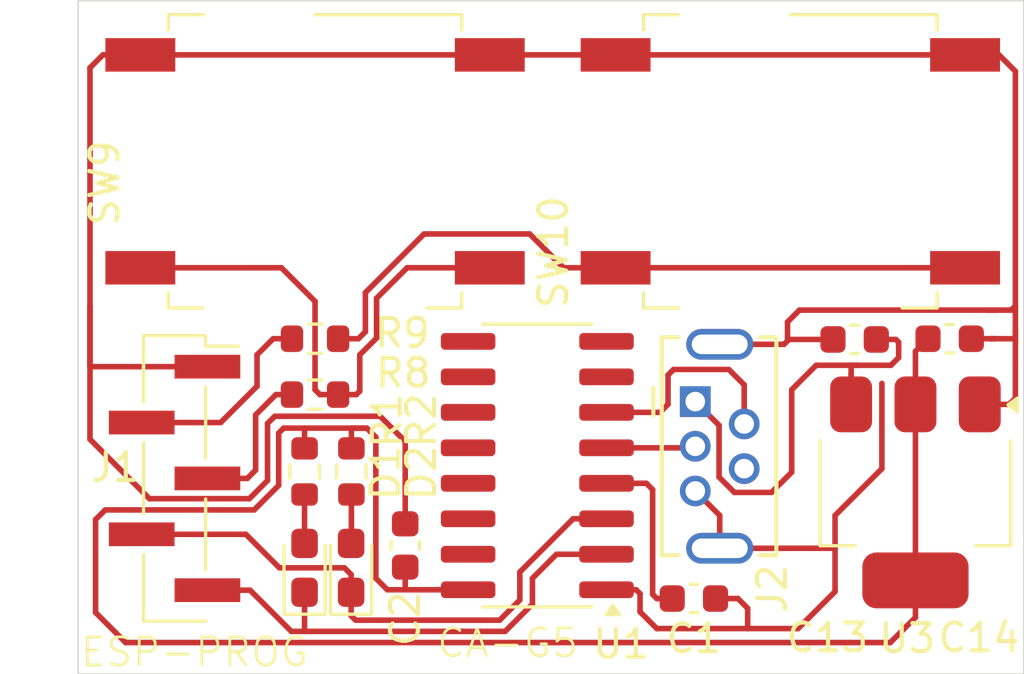
<source format=kicad_pcb>
(kicad_pcb (version 20241229) (generator "pcbnew") (generator_version "9.0")
  (layers (0 "F.Cu" signal) (2 "B.Cu" signal) (13 "F.Paste" user) (15 "B.Paste" user) (5 "F.SilkS" user "F.Silkscreen") (7 "B.SilkS" user "B.Silkscreen") (1 "F.Mask" user) (3 "B.Mask" user) (25 "Edge.Cuts" user))
  (net 0 "")
  (net 1 "GND")
  (net 2 "+3.3V")
  (net 3 "+5V")
  (net 4 "/ENABLE")
  (net 5 "/BOOT_prog")
  (net 6 "Net-(J2-D+)")
  (net 7 "Net-(J2-D-)")
  (net 9 "Net-(SW9-A)")
  (net 10 "Net-(SW10-A)")
  (net 12 "Net-(U1-V3)")
  (net 13 "Net-(D1-A)")
  (net 14 "/Tx")
  (net 15 "Net-(D2-A)")
  (net 16 "/Rx")
  (footprint "Package_TO_SOT_SMD:SOT-223-3_TabPin2" (layer "F.Cu") (at 142.975 80.5 -90)
    (property "Reference" "U3" (at 5.225 0.3 0) (layer "F.SilkS"))
    (property "Value" "AMS1117-3.3")
    (fp_line (start -1.85 3.41) (end 1.91 3.41) (stroke (width 0.12)) (layer "F.SilkS"))
    (fp_line (start 1.91 3.41) (end 1.91 2.15) (stroke (width 0.12)) (layer "F.SilkS"))
    (fp_line (start -1.85 -3.41) (end 1.91 -3.41) (stroke (width 0.12)) (layer "F.SilkS"))
    (fp_line (start 1.91 -3.41) (end 1.91 -2.15) (stroke (width 0.12)) (layer "F.SilkS"))
    (fp_poly (pts (xy -3.13 -3.31) (xy -3.37 -3.64) (xy -2.89 -3.64) (xy -3.13 -3.31)) (stroke (width 0.12)) (fill yes) (layer "F.SilkS"))
    (pad "1" smd roundrect (at -3.15 -2.3 270) (size 2 1.5) (layers "F.Cu" "F.Mask" "F.Paste") (net 1 "GND"))
    (pad "2" smd roundrect (at -3.15 0 270) (size 2 1.5) (layers "F.Cu" "F.Mask" "F.Paste") (net 2 "+3.3V"))
    (pad "2" smd roundrect (at 3.15 0 270) (size 2 3.8) (layers "F.Cu" "F.Mask" "F.Paste") (net 2 "+3.3V"))
    (pad "3" smd roundrect (at -3.15 2.3 270) (size 2 1.5) (layers "F.Cu" "F.Mask" "F.Paste") (net 3 "+5V"))
  )
  (footprint "Connector_PinHeader_2.00mm:PinHeader_1x05_P2.00mm_Vertical_SMD_Pin1Right" (layer "F.Cu") (at 116.475 80)
    (property "Reference" "J1" (at -2.125 -0.4 0) (layer "F.SilkS"))
    (property "Value" "Conn_01x05_Pin")
    (fp_line (start -1.11 -5.11) (end -1.11 -2.735) (stroke (width 0.12)) (layer "F.SilkS"))
    (fp_line (start -1.11 -5.11) (end 1.11 -5.11) (stroke (width 0.12)) (layer "F.SilkS"))
    (fp_line (start -1.11 -4.735) (end -1.11 -2.735) (stroke (width 0.12)) (layer "F.SilkS"))
    (fp_line (start -1.11 -1.265) (end -1.11 1.265) (stroke (width 0.12)) (layer "F.SilkS"))
    (fp_line (start -1.11 2.735) (end -1.11 5.11) (stroke (width 0.12)) (layer "F.SilkS"))
    (fp_line (start -1.11 4.735) (end -1.11 5.11) (stroke (width 0.12)) (layer "F.SilkS"))
    (fp_line (start -1.11 5.11) (end 1.11 5.11) (stroke (width 0.12)) (layer "F.SilkS"))
    (fp_line (start 1.11 -5.11) (end 1.11 -4.735) (stroke (width 0.12)) (layer "F.SilkS"))
    (fp_line (start 1.11 -4.735) (end 2.29 -4.735) (stroke (width 0.12)) (layer "F.SilkS"))
    (fp_line (start 1.11 -3.265) (end 1.11 -0.735) (stroke (width 0.12)) (layer "F.SilkS"))
    (fp_line (start 1.11 0.735) (end 1.11 3.265) (stroke (width 0.12)) (layer "F.SilkS"))
    (pad "1" smd rect (at 1.175 -4) (size 2.35 0.85) (layers "F.Cu" "F.Mask" "F.Paste") (net 1 "GND"))
    (pad "2" smd rect (at -1.175 -2) (size 2.35 0.85) (layers "F.Cu" "F.Mask" "F.Paste") (net 5 "/BOOT_prog"))
    (pad "3" smd rect (at 1.175 0) (size 2.35 0.85) (layers "F.Cu" "F.Mask" "F.Paste") (net 4 "/ENABLE"))
    (pad "4" smd rect (at -1.175 2) (size 2.35 0.85) (layers "F.Cu" "F.Mask" "F.Paste") (net 16 "/Rx"))
    (pad "5" smd rect (at 1.175 4) (size 2.35 0.85) (layers "F.Cu" "F.Mask" "F.Paste") (net 14 "/Tx"))
  )
  (footprint "Resistor_SMD:R_0603_1608Metric" (layer "F.Cu") (at 121.5 77)
    (property "Reference" "R8" (at 3.15 -0.775 0) (layer "F.SilkS"))
    (property "Value" "221")
    (fp_line (start -0.237258 -0.5225) (end 0.237258 -0.5225) (stroke (width 0.12)) (layer "F.SilkS"))
    (fp_line (start -0.237258 0.5225) (end 0.237258 0.5225) (stroke (width 0.12)) (layer "F.SilkS"))
    (pad "1" smd roundrect (at -0.825 0) (size 0.8 0.95) (layers "F.Cu" "F.Mask" "F.Paste") (net 4 "/ENABLE"))
    (pad "2" smd roundrect (at 0.825 0) (size 0.8 0.95) (layers "F.Cu" "F.Mask" "F.Paste") (net 9 "Net-(SW9-A)"))
  )
  (footprint "Resistor_SMD:R_0603_1608Metric" (layer "F.Cu") (at 121.5 75)
    (property "Reference" "R9" (at 3.125 -0.2 0) (layer "F.SilkS"))
    (property "Value" "221")
    (fp_line (start -0.237258 -0.5225) (end 0.237258 -0.5225) (stroke (width 0.12)) (layer "F.SilkS"))
    (fp_line (start -0.237258 0.5225) (end 0.237258 0.5225) (stroke (width 0.12)) (layer "F.SilkS"))
    (pad "1" smd roundrect (at -0.825 0) (size 0.8 0.95) (layers "F.Cu" "F.Mask" "F.Paste") (net 5 "/BOOT_prog"))
    (pad "2" smd roundrect (at 0.825 0) (size 0.8 0.95) (layers "F.Cu" "F.Mask" "F.Paste") (net 10 "Net-(SW10-A)"))
  )
  (footprint "Capacitor_SMD:C_0603_1608Metric" (layer "F.Cu") (at 144.2 75)
    (property "Reference" "C14" (at 1.05 10.7 0) (layer "F.SilkS"))
    (property "Value" "1uF")
    (fp_line (start -0.14058 -0.51) (end 0.14058 -0.51) (stroke (width 0.12)) (layer "F.SilkS"))
    (fp_line (start -0.14058 0.51) (end 0.14058 0.51) (stroke (width 0.12)) (layer "F.SilkS"))
    (pad "1" smd roundrect (at -0.775 0) (size 0.9 0.95) (layers "F.Cu" "F.Mask" "F.Paste") (net 2 "+3.3V"))
    (pad "2" smd roundrect (at 0.775 0) (size 0.9 0.95) (layers "F.Cu" "F.Mask" "F.Paste") (net 1 "GND"))
  )
  (footprint "Package_SO:SOIC-16_3.9x9.9mm_P1.27mm" (layer "F.Cu") (at 129.45 79.54 180)
    (property "Reference" "U1" (at -3 -6.385 0) (layer "F.SilkS"))
    (property "Value" "CH340C")
    (fp_line (start 0 5.06) (end 1.95 5.06) (stroke (width 0.12)) (layer "F.SilkS"))
    (fp_line (start 0 5.06) (end -1.95 5.06) (stroke (width 0.12)) (layer "F.SilkS"))
    (fp_line (start 0 -5.06) (end 1.95 -5.06) (stroke (width 0.12)) (layer "F.SilkS"))
    (fp_line (start 0 -5.06) (end -1.95 -5.06) (stroke (width 0.12)) (layer "F.SilkS"))
    (fp_poly (pts (xy -2.7 -5.005) (xy -2.94 -5.335) (xy -2.46 -5.335)) (stroke (width 0.12)) (fill yes) (layer "F.SilkS"))
    (pad "1" smd roundrect (at -2.475 -4.445 180) (size 1.95 0.6) (layers "F.Cu" "F.Mask" "F.Paste") (net 1 "GND"))
    (pad "2" smd roundrect (at -2.475 -3.175 180) (size 1.95 0.6) (layers "F.Cu" "F.Mask" "F.Paste") (net 14 "/Tx"))
    (pad "3" smd roundrect (at -2.475 -1.905 180) (size 1.95 0.6) (layers "F.Cu" "F.Mask" "F.Paste") (net 16 "/Rx"))
    (pad "4" smd roundrect (at -2.475 -0.635 180) (size 1.95 0.6) (layers "F.Cu" "F.Mask" "F.Paste") (net 12 "Net-(U1-V3)"))
    (pad "5" smd roundrect (at -2.475 0.635 180) (size 1.95 0.6) (layers "F.Cu" "F.Mask" "F.Paste") (net 6 "Net-(J2-D+)"))
    (pad "6" smd roundrect (at -2.475 1.905 180) (size 1.95 0.6) (layers "F.Cu" "F.Mask" "F.Paste") (net 7 "Net-(J2-D-)"))
    (pad "7" smd roundrect (at -2.475 3.175 180) (size 1.95 0.6) (layers "F.Cu" "F.Mask" "F.Paste"))
    (pad "8" smd roundrect (at -2.475 4.445 180) (size 1.95 0.6) (layers "F.Cu" "F.Mask" "F.Paste"))
    (pad "9" smd roundrect (at 2.475 4.445 180) (size 1.95 0.6) (layers "F.Cu" "F.Mask" "F.Paste"))
    (pad "10" smd roundrect (at 2.475 3.175 180) (size 1.95 0.6) (layers "F.Cu" "F.Mask" "F.Paste"))
    (pad "11" smd roundrect (at 2.475 1.905 180) (size 1.95 0.6) (layers "F.Cu" "F.Mask" "F.Paste"))
    (pad "12" smd roundrect (at 2.475 0.635 180) (size 1.95 0.6) (layers "F.Cu" "F.Mask" "F.Paste"))
    (pad "13" smd roundrect (at 2.475 -0.635 180) (size 1.95 0.6) (layers "F.Cu" "F.Mask" "F.Paste"))
    (pad "14" smd roundrect (at 2.475 -1.905 180) (size 1.95 0.6) (layers "F.Cu" "F.Mask" "F.Paste"))
    (pad "15" smd roundrect (at 2.475 -3.175 180) (size 1.95 0.6) (layers "F.Cu" "F.Mask" "F.Paste"))
    (pad "16" smd roundrect (at 2.475 -4.445 180) (size 1.95 0.6) (layers "F.Cu" "F.Mask" "F.Paste") (net 2 "+3.3V"))
  )
  (footprint "Capacitor_SMD:C_0603_1608Metric" (layer "F.Cu") (at 124.725 82.4 90)
    (property "Reference" "C2" (at -2.625 0 90) (layer "F.SilkS"))
    (property "Value" "1nF")
    (fp_line (start -0.14058 -0.51) (end 0.14058 -0.51) (stroke (width 0.12)) (layer "F.SilkS"))
    (fp_line (start -0.14058 0.51) (end 0.14058 0.51) (stroke (width 0.12)) (layer "F.SilkS"))
    (pad "1" smd roundrect (at -0.775 0 90) (size 0.9 0.95) (layers "F.Cu" "F.Mask" "F.Paste") (net 2 "+3.3V"))
    (pad "2" smd roundrect (at 0.775 0 90) (size 0.9 0.95) (layers "F.Cu" "F.Mask" "F.Paste") (net 1 "GND"))
  )
  (footprint "Capacitor_SMD:C_0603_1608Metric" (layer "F.Cu") (at 140.8 75.025 180)
    (property "Reference" "C13" (at 0.975 -10.675 0) (layer "F.SilkS"))
    (property "Value" "1uF")
    (fp_line (start -0.14058 0.51) (end 0.14058 0.51) (stroke (width 0.12)) (layer "F.SilkS"))
    (fp_line (start -0.14058 -0.51) (end 0.14058 -0.51) (stroke (width 0.12)) (layer "F.SilkS"))
    (pad "1" smd roundrect (at -0.775 0 180) (size 0.9 0.95) (layers "F.Cu" "F.Mask" "F.Paste") (net 3 "+5V"))
    (pad "2" smd roundrect (at 0.775 0 180) (size 0.9 0.95) (layers "F.Cu" "F.Mask" "F.Paste") (net 1 "GND"))
  )
  (footprint "Resistor_SMD:R_0603_1608Metric" (layer "F.Cu") (at 121.125 79.75 -90)
    (property "Reference" "R1" (at -1.825 -2.95 90) (layer "F.SilkS"))
    (property "Value" "221")
    (fp_line (start -0.237258 0.5225) (end 0.237258 0.5225) (stroke (width 0.12)) (layer "F.SilkS"))
    (fp_line (start -0.237258 -0.5225) (end 0.237258 -0.5225) (stroke (width 0.12)) (layer "F.SilkS"))
    (pad "1" smd roundrect (at -0.825 0 270) (size 0.8 0.95) (layers "F.Cu" "F.Mask" "F.Paste") (net 2 "+3.3V"))
    (pad "2" smd roundrect (at 0.825 0 270) (size 0.8 0.95) (layers "F.Cu" "F.Mask" "F.Paste") (net 13 "Net-(D1-A)"))
  )
  (footprint "Button_Switch_SMD:SW_MEC_5GSH9" (layer "F.Cu") (at 121.5 68.65 -90)
    (property "Reference" "SW9" (at 0.775 7.525 270) (layer "F.SilkS"))
    (property "Value" "SW_MEC_5E")
    (fp_line (start -5.25 5.25) (end -5.25 4) (stroke (width 0.12)) (layer "F.SilkS"))
    (fp_line (start -4.7 5.25) (end -5.25 5.25) (stroke (width 0.12)) (layer "F.SilkS"))
    (fp_line (start 4.7 5.25) (end 5.25 5.25) (stroke (width 0.12)) (layer "F.SilkS"))
    (fp_line (start 5.25 5.25) (end 5.25 4) (stroke (width 0.12)) (layer "F.SilkS"))
    (fp_line (start -5.25 -5.25) (end -5.25 0) (stroke (width 0.12)) (layer "F.SilkS"))
    (fp_line (start -4.7 -5.25) (end -5.25 -5.25) (stroke (width 0.12)) (layer "F.SilkS"))
    (fp_line (start 4.7 -5.25) (end 5.25 -5.25) (stroke (width 0.12)) (layer "F.SilkS"))
    (fp_line (start 5.25 -5.25) (end 5.25 -4) (stroke (width 0.12)) (layer "F.SilkS"))
    (pad "1" smd rect (at -3.81 -6.25) (size 2.5 1.2) (layers "F.Cu" "F.Mask" "F.Paste") (net 1 "GND"))
    (pad "2" smd rect (at -3.81 6.25) (size 2.5 1.2) (layers "F.Cu" "F.Mask" "F.Paste") (net 1 "GND"))
    (pad "3" smd rect (at 3.81 -6.25) (size 2.5 1.2) (layers "F.Cu" "F.Mask" "F.Paste") (net 9 "Net-(SW9-A)"))
    (pad "4" smd rect (at 3.81 6.25) (size 2.5 1.2) (layers "F.Cu" "F.Mask" "F.Paste") (net 9 "Net-(SW9-A)"))
  )
  (footprint "LED_SMD:LED_0603_1608Metric_Pad1.05x0.95mm_HandSolder" (layer "F.Cu") (at 122.79 83.2 90)
    (property "Reference" "D2" (at 3.4 2.51 90) (layer "F.SilkS"))
    (property "Value" "LED")
    (fp_line (start 0.8 -0.735) (end -1.66 -0.735) (stroke (width 0.12)) (layer "F.SilkS"))
    (fp_line (start -1.66 -0.735) (end -1.66 0.735) (stroke (width 0.12)) (layer "F.SilkS"))
    (fp_line (start -1.66 0.735) (end 0.8 0.735) (stroke (width 0.12)) (layer "F.SilkS"))
    (pad "1" smd roundrect (at -0.875 0 90) (size 1.05 0.95) (layers "F.Cu" "F.Mask" "F.Paste") (net 16 "/Rx"))
    (pad "2" smd roundrect (at 0.875 0 90) (size 1.05 0.95) (layers "F.Cu" "F.Mask" "F.Paste") (net 15 "Net-(D2-A)"))
  )
  (footprint "Resistor_SMD:R_0603_1608Metric" (layer "F.Cu") (at 122.8 79.75 -90)
    (property "Reference" "R2" (at -1.825 -2.5 90) (layer "F.SilkS"))
    (property "Value" "221")
    (fp_line (start -0.237258 0.5225) (end 0.237258 0.5225) (stroke (width 0.12)) (layer "F.SilkS"))
    (fp_line (start -0.237258 -0.5225) (end 0.237258 -0.5225) (stroke (width 0.12)) (layer "F.SilkS"))
    (pad "1" smd roundrect (at -0.825 0 270) (size 0.8 0.95) (layers "F.Cu" "F.Mask" "F.Paste") (net 2 "+3.3V"))
    (pad "2" smd roundrect (at 0.825 0 270) (size 0.8 0.95) (layers "F.Cu" "F.Mask" "F.Paste") (net 15 "Net-(D2-A)"))
  )
  (footprint "Button_Switch_SMD:SW_MEC_5GSH9" (layer "F.Cu") (at 138.5 68.65 -90)
    (property "Reference" "SW10" (at 3.25 8.475 90) (layer "F.SilkS"))
    (property "Value" "SW_MEC_5E")
    (fp_line (start -5.25 5.25) (end -5.25 4) (stroke (width 0.12)) (layer "F.SilkS"))
    (fp_line (start -4.7 5.25) (end -5.25 5.25) (stroke (width 0.12)) (layer "F.SilkS"))
    (fp_line (start 4.7 5.25) (end 5.25 5.25) (stroke (width 0.12)) (layer "F.SilkS"))
    (fp_line (start 5.25 5.25) (end 5.25 4) (stroke (width 0.12)) (layer "F.SilkS"))
    (fp_line (start -5.25 -5.25) (end -5.25 0) (stroke (width 0.12)) (layer "F.SilkS"))
    (fp_line (start -4.7 -5.25) (end -5.25 -5.25) (stroke (width 0.12)) (layer "F.SilkS"))
    (fp_line (start 4.7 -5.25) (end 5.25 -5.25) (stroke (width 0.12)) (layer "F.SilkS"))
    (fp_line (start 5.25 -5.25) (end 5.25 -4) (stroke (width 0.12)) (layer "F.SilkS"))
    (pad "1" smd rect (at -3.81 -6.25) (size 2.5 1.2) (layers "F.Cu" "F.Mask" "F.Paste") (net 1 "GND"))
    (pad "2" smd rect (at -3.81 6.25) (size 2.5 1.2) (layers "F.Cu" "F.Mask" "F.Paste") (net 1 "GND"))
    (pad "3" smd rect (at 3.81 -6.25) (size 2.5 1.2) (layers "F.Cu" "F.Mask" "F.Paste") (net 10 "Net-(SW10-A)"))
    (pad "4" smd rect (at 3.81 6.25) (size 2.5 1.2) (layers "F.Cu" "F.Mask" "F.Paste") (net 10 "Net-(SW10-A)"))
  )
  (footprint "Capacitor_SMD:C_0603_1608Metric" (layer "F.Cu") (at 135.05 84.3 180)
    (property "Reference" "C1" (at 0 -1.43 0) (layer "F.SilkS"))
    (property "Value" "1nF")
    (fp_line (start -0.14058 0.51) (end 0.14058 0.51) (stroke (width 0.12)) (layer "F.SilkS"))
    (fp_line (start -0.14058 -0.51) (end 0.14058 -0.51) (stroke (width 0.12)) (layer "F.SilkS"))
    (pad "1" smd roundrect (at -0.775 0 180) (size 0.9 0.95) (layers "F.Cu" "F.Mask" "F.Paste") (net 1 "GND"))
    (pad "2" smd roundrect (at 0.775 0 180) (size 0.9 0.95) (layers "F.Cu" "F.Mask" "F.Paste") (net 12 "Net-(U1-V3)"))
  )
  (footprint "LED_SMD:LED_0603_1608Metric_Pad1.05x0.95mm_HandSolder" (layer "F.Cu") (at 121.125 83.2 90)
    (property "Reference" "D1" (at 3.4 2.9 90) (layer "F.SilkS"))
    (property "Value" "LED")
    (fp_line (start 0.8 -0.735) (end -1.66 -0.735) (stroke (width 0.12)) (layer "F.SilkS"))
    (fp_line (start -1.66 -0.735) (end -1.66 0.735) (stroke (width 0.12)) (layer "F.SilkS"))
    (fp_line (start -1.66 0.735) (end 0.8 0.735) (stroke (width 0.12)) (layer "F.SilkS"))
    (pad "1" smd roundrect (at -0.875 0 90) (size 1.05 0.95) (layers "F.Cu" "F.Mask" "F.Paste") (net 14 "/Tx"))
    (pad "2" smd roundrect (at 0.875 0 90) (size 1.05 0.95) (layers "F.Cu" "F.Mask" "F.Paste") (net 13 "Net-(D1-A)"))
  )
  (footprint "Connector_USB:USB_Mini-B_Tensility_54-00023_Vertical" (layer "F.Cu") (at 135.1 77.25 -90)
    (property "Reference" "J2" (at 6.7 -2.75 90) (layer "F.SilkS"))
    (property "Value" "USB_OTG")
    (fp_line (start -0.5 1.5) (end 0.5 1.5) (stroke (width 0.15)) (layer "F.SilkS"))
    (fp_line (start -2.3 1.2) (end 5.5 1.2) (stroke (width 0.15)) (layer "F.SilkS"))
    (fp_line (start 5.5 1.2) (end 5.5 0.6) (stroke (width 0.15)) (layer "F.SilkS"))
    (fp_line (start -2.3 0.6) (end -2.3 1.2) (stroke (width 0.15)) (layer "F.SilkS"))
    (fp_line (start -2.3 -2.3) (end -2.3 -2.9) (stroke (width 0.15)) (layer "F.SilkS"))
    (fp_line (start -2.3 -2.9) (end 5.5 -2.9) (stroke (width 0.15)) (layer "F.SilkS"))
    (fp_line (start 5.5 -2.9) (end 5.5 -2.3) (stroke (width 0.15)) (layer "F.SilkS"))
    (pad "1" thru_hole rect (at 0 0 270) (size 1.1 1.1) (drill 0.7) (layers "*.Cu" "*.Mask") (net 3 "+5V"))
    (pad "2" thru_hole circle (at 0.8 -1.75 270) (size 1.1 1.1) (drill 0.7) (layers "*.Cu" "*.Mask") (net 7 "Net-(J2-D-)"))
    (pad "3" thru_hole circle (at 1.6 0 270) (size 1.1 1.1) (drill 0.7) (layers "*.Cu" "*.Mask") (net 6 "Net-(J2-D+)"))
    (pad "4" thru_hole circle (at 2.4 -1.75 270) (size 1.1 1.1) (drill 0.7) (layers "*.Cu" "*.Mask"))
    (pad "5" thru_hole circle (at 3.2 0 270) (size 1.1 1.1) (drill 0.7) (layers "*.Cu" "*.Mask") (net 1 "GND"))
    (pad "6" thru_hole oval (at -2.05 -0.875 270) (size 1.1 2.4) (drill oval 0.7 2) (layers "*.Cu" "*.Mask") (net 1 "GND"))
    (pad "6" thru_hole oval (at 5.25 -0.875 270) (size 1.1 2.4) (drill oval 0.7 2) (layers "*.Cu" "*.Mask") (net 1 "GND"))
  )
  (gr_rect (start 113.025 62.9) (end 146.85 87) (stroke (width 0.05)) (fill no) (layer "Edge.Cuts"))
  (gr_text "ESP-PROG" (at 113.05 86.8 0) (layer "F.SilkS") (effects (font (size 1 1) (thickness 0.1)) (justify left bottom)))
  (gr_text "CA-G5" (at 125.8 86.475 0) (layer "F.SilkS") (effects (font (size 1 1) (thickness 0.1)) (justify left bottom)))
  (segment (start 119.151 80.726) (end 119.8 80.077) (width 0.2) (layer "F.Cu") (net 1))
  (segment (start 140.1 84.05) (end 140.1 82.5) (width 0.2) (layer "F.Cu") (net 1))
  (segment (start 119.8 78.034181) (end 120.059181 77.775) (width 0.2) (layer "F.Cu") (net 1))
  (segment (start 119.8 80.077) (end 119.8 78.034181) (width 0.2) (layer "F.Cu") (net 1))
  (segment (start 133.125 84.775) (end 133.725 85.375) (width 0.2) (layer "F.Cu") (net 1))
  (segment (start 135.975 81.325) (end 135.975 82.5) (width 0.2) (layer "F.Cu") (net 1))
  (segment (start 120.059181 77.775) (end 123.825 77.775) (width 0.2) (layer "F.Cu") (net 1))
  (segment (start 115.576 80.726) (end 119.151 80.726) (width 0.2) (layer "F.Cu") (net 1))
  (segment (start 117.675 76) (end 113.45 76) (width 0.2) (layer "F.Cu") (net 1))
  (segment (start 145.675 75) (end 145.825 75) (width 0.2) (layer "F.Cu") (net 1))
  (segment (start 115.25 64.84) (end 144.75 64.84) (width 0.2) (layer "F.Cu") (net 1))
  (segment (start 146.55 75) (end 146.55 75.1) (width 0.2) (layer "F.Cu") (net 1))
  (segment (start 113.45 76) (end 113.45 73.85) (width 0.2) (layer "F.Cu") (net 1))
  (segment (start 135.975 82.5) (end 140.1 82.5) (width 0.2) (layer "F.Cu") (net 1))
  (segment (start 138.825 73.975) (end 145.55 73.975) (width 0.2) (layer "F.Cu") (net 1))
  (segment (start 132.984 83.985) (end 133.125 84.126) (width 0.2) (layer "F.Cu") (net 1))
  (segment (start 135.1 80.45) (end 135.975 81.325) (width 0.2) (layer "F.Cu") (net 1))
  (segment (start 146.55 77.125) (end 146.325 77.35) (width 0.2) (layer "F.Cu") (net 1))
  (segment (start 146.325 77.35) (end 145.275 77.35) (width 0.2) (layer "F.Cu") (net 1))
  (segment (start 138.775 85.375) (end 138.95 85.2) (width 0.2) (layer "F.Cu") (net 1))
  (segment (start 138.4 75.075) (end 138.4 74.4) (width 0.2) (layer "F.Cu") (net 1))
  (segment (start 133.725 85.375) (end 136.975 85.375) (width 0.2) (layer "F.Cu") (net 1))
  (segment (start 145.55 73.975) (end 146.4 73.975) (width 0.2) (layer "F.Cu") (net 1))
  (segment (start 146.55 75.1) (end 146.55 75.95) (width 0.2) (layer "F.Cu") (net 1))
  (segment (start 124.725 78.675) (end 124.725 81.625) (width 0.2) (layer "F.Cu") (net 1))
  (segment (start 145.675 75) (end 146.55 75) (width 0.2) (layer "F.Cu") (net 1))
  (segment (start 144.75 64.84) (end 145.965 64.84) (width 0.2) (layer "F.Cu") (net 1))
  (segment (start 146.55 74.6) (end 146.55 75) (width 0.2) (layer "F.Cu") (net 1))
  (segment (start 113.45 65.3) (end 113.91 64.84) (width 0.2) (layer "F.Cu") (net 1))
  (segment (start 113.45 73.85) (end 113.45 65.3) (width 0.2) (layer "F.Cu") (net 1))
  (segment (start 136.975 84.65) (end 136.975 85.375) (width 0.2) (layer "F.Cu") (net 1))
  (segment (start 140.1 81.325) (end 141.775 79.65) (width 0.2) (layer "F.Cu") (net 1))
  (segment (start 145.55 73.975) (end 145.925 73.975) (width 0.2) (layer "F.Cu") (net 1))
  (segment (start 136.625 84.3) (end 136.975 84.65) (width 0.2) (layer "F.Cu") (net 1))
  (segment (start 113.45 73.85) (end 113.45 78.6) (width 0.2) (layer "F.Cu") (net 1))
  (segment (start 146.55 73.825) (end 146.55 75.1) (width 0.2) (layer "F.Cu") (net 1))
  (segment (start 135.975 82.65) (end 135.975 82.5) (width 0.2) (layer "F.Cu") (net 1))
  (segment (start 138.45 75.025) (end 140.025 75.025) (width 0.2) (layer "F.Cu") (net 1))
  (segment (start 123.825 77.775) (end 124.725 78.675) (width 0.2) (layer "F.Cu") (net 1))
  (segment (start 138.4 74.4) (end 138.825 73.975) (width 0.2) (layer "F.Cu") (net 1))
  (segment (start 146.4 73.975) (end 146.55 73.825) (width 0.2) (layer "F.Cu") (net 1))
  (segment (start 133.125 84.126) (end 133.125 84.775) (width 0.2) (layer "F.Cu") (net 1))
  (segment (start 135.975 75.2) (end 138.275 75.2) (width 0.2) (layer "F.Cu") (net 1))
  (segment (start 113.45 78.6) (end 115.576 80.726) (width 0.2) (layer "F.Cu") (net 1))
  (segment (start 146.55 75.95) (end 146.55 77.125) (width 0.2) (layer "F.Cu") (net 1))
  (segment (start 141.775 79.65) (end 141.775 76.6) (width 0.2) (layer "F.Cu") (net 1))
  (segment (start 140.1 82.5) (end 140.1 81.325) (width 0.2) (layer "F.Cu") (net 1))
  (segment (start 144.975 75) (end 145.675 75) (width 0.2) (layer "F.Cu") (net 1))
  (segment (start 146.55 65.425) (end 146.55 73.825) (width 0.2) (layer "F.Cu") (net 1))
  (segment (start 138.4 75.075) (end 138.45 75.025) (width 0.2) (layer "F.Cu") (net 1))
  (segment (start 136.975 85.375) (end 138.775 85.375) (width 0.2) (layer "F.Cu") (net 1))
  (segment (start 138.95 85.2) (end 140.1 84.05) (width 0.2) (layer "F.Cu") (net 1))
  (segment (start 135.825 84.3) (end 136.625 84.3) (width 0.2) (layer "F.Cu") (net 1))
  (segment (start 138.275 75.2) (end 138.4 75.075) (width 0.2) (layer "F.Cu") (net 1))
  (segment (start 131.925 83.985) (end 132.984 83.985) (width 0.2) (layer "F.Cu") (net 1))
  (segment (start 145.965 64.84) (end 146.55 65.425) (width 0.2) (layer "F.Cu") (net 1))
  (segment (start 113.91 64.84) (end 115.25 64.84) (width 0.2) (layer "F.Cu") (net 1))
  (segment (start 142.075 85.875) (end 114.725 85.875) (width 0.2) (layer "F.Cu") (net 2))
  (segment (start 113.65 81.473) (end 113.996 81.127) (width 0.2) (layer "F.Cu") (net 2))
  (segment (start 142.975 83.65) (end 142.975 77.35) (width 0.2) (layer "F.Cu") (net 2))
  (segment (start 124.725 83.985) (end 126.975 83.985) (width 0.2) (layer "F.Cu") (net 2))
  (segment (start 123.675 78.525) (end 123.675 83.575) (width 0.2) (layer "F.Cu") (net 2))
  (segment (start 120.375 78.2) (end 123.35 78.2) (width 0.2) (layer "F.Cu") (net 2))
  (segment (start 113.65 84.8) (end 113.65 81.473) (width 0.2) (layer "F.Cu") (net 2))
  (segment (start 124.085 83.985) (end 124.725 83.985) (width 0.2) (layer "F.Cu") (net 2))
  (segment (start 123.675 83.575) (end 124.085 83.985) (width 0.2) (layer "F.Cu") (net 2))
  (segment (start 122.8 78.925) (end 122.8 78.2) (width 0.2) (layer "F.Cu") (net 2))
  (segment (start 142.975 84.975) (end 142.075 85.875) (width 0.2) (layer "F.Cu") (net 2))
  (segment (start 142.975 77.35) (end 142.975 75.45) (width 0.2) (layer "F.Cu") (net 2))
  (segment (start 124.725 83.175) (end 124.725 83.985) (width 0.2) (layer "F.Cu") (net 2))
  (segment (start 119.323 81.127) (end 120.2 80.25) (width 0.2) (layer "F.Cu") (net 2))
  (segment (start 142.975 75.45) (end 143.425 75) (width 0.2) (layer "F.Cu") (net 2))
  (segment (start 121.125 78.925) (end 121.125 78.2) (width 0.2) (layer "F.Cu") (net 2))
  (segment (start 113.996 81.127) (end 119.323 81.127) (width 0.2) (layer "F.Cu") (net 2))
  (segment (start 114.725 85.875) (end 113.65 84.8) (width 0.2) (layer "F.Cu") (net 2))
  (segment (start 120.2 78.375) (end 120.375 78.2) (width 0.2) (layer "F.Cu") (net 2))
  (segment (start 142.975 83.65) (end 142.975 84.975) (width 0.2) (layer "F.Cu") (net 2))
  (segment (start 123.35 78.2) (end 123.675 78.525) (width 0.2) (layer "F.Cu") (net 2))
  (segment (start 122.8 78.2) (end 123.35 78.2) (width 0.2) (layer "F.Cu") (net 2))
  (segment (start 120.2 80.25) (end 120.2 78.375) (width 0.2) (layer "F.Cu") (net 2))
  (segment (start 138.55 79.775) (end 138.55 76.825) (width 0.2) (layer "F.Cu") (net 3))
  (segment (start 135.1 77.25) (end 135.951 78.101) (width 0.2) (layer "F.Cu") (net 3))
  (segment (start 142.375 75.125) (end 142.375 75.675) (width 0.2) (layer "F.Cu") (net 3))
  (segment (start 140.675 77.35) (end 140.675 75.95) (width 0.2) (layer "F.Cu") (net 3))
  (segment (start 135.951 78.101) (end 135.951 79.954496) (width 0.2) (layer "F.Cu") (net 3))
  (segment (start 140.675 76.225) (end 140.675 77.35) (width 0.2) (layer "F.Cu") (net 3))
  (segment (start 140.9 75.95) (end 140.675 75.95) (width 0.2) (layer "F.Cu") (net 3))
  (segment (start 139.425 75.95) (end 140.9 75.95) (width 0.2) (layer "F.Cu") (net 3))
  (segment (start 136.497504 80.501) (end 137.824 80.501) (width 0.2) (layer "F.Cu") (net 3))
  (segment (start 137.824 80.501) (end 138.55 79.775) (width 0.2) (layer "F.Cu") (net 3))
  (segment (start 135.951 79.954496) (end 136.497504 80.501) (width 0.2) (layer "F.Cu") (net 3))
  (segment (start 138.55 76.825) (end 139.425 75.95) (width 0.2) (layer "F.Cu") (net 3))
  (segment (start 142.275 75.025) (end 142.375 75.125) (width 0.2) (layer "F.Cu") (net 3))
  (segment (start 141.575 75.025) (end 142.275 75.025) (width 0.2) (layer "F.Cu") (net 3))
  (segment (start 142.1 75.95) (end 140.9 75.95) (width 0.2) (layer "F.Cu") (net 3))
  (segment (start 142.375 75.675) (end 142.1 75.95) (width 0.2) (layer "F.Cu") (net 3))
  (segment (start 120.1 77) (end 120.675 77) (width 0.2) (layer "F.Cu") (net 4))
  (segment (start 119.375 77.725) (end 120.1 77) (width 0.2) (layer "F.Cu") (net 4))
  (segment (start 119.375 79.7) (end 119.375 77.725) (width 0.2) (layer "F.Cu") (net 4))
  (segment (start 119.075 80) (end 119.375 79.7) (width 0.2) (layer "F.Cu") (net 4))
  (segment (start 117.675 80) (end 119.075 80) (width 0.2) (layer "F.Cu") (net 4))
  (segment (start 118.125 78) (end 119.425 76.7) (width 0.2) (layer "F.Cu") (net 5))
  (segment (start 115.325 78) (end 118.125 78) (width 0.2) (layer "F.Cu") (net 5))
  (segment (start 119.425 76.7) (end 119.425 75.575) (width 0.2) (layer "F.Cu") (net 5))
  (segment (start 120 75) (end 120.675 75) (width 0.2) (layer "F.Cu") (net 5))
  (segment (start 119.425 75.575) (end 120 75) (width 0.2) (layer "F.Cu") (net 5))
  (segment (start 131.925 78.905) (end 135.045 78.905) (width 0.2) (layer "F.Cu") (net 6))
  (segment (start 135.045 78.905) (end 135.1 78.85) (width 0.2) (layer "F.Cu") (net 6))
  (segment (start 136.85 76.65) (end 136.85 78.05) (width 0.2) (layer "F.Cu") (net 7))
  (segment (start 136.3 76.1) (end 136.85 76.65) (width 0.2) (layer "F.Cu") (net 7))
  (segment (start 131.925 77.635) (end 133.84 77.635) (width 0.2) (layer "F.Cu") (net 7))
  (segment (start 134.125 77.35) (end 134.125 76.3) (width 0.2) (layer "F.Cu") (net 7))
  (segment (start 133.84 77.635) (end 134.125 77.35) (width 0.2) (layer "F.Cu") (net 7))
  (segment (start 134.325 76.1) (end 136.3 76.1) (width 0.2) (layer "F.Cu") (net 7))
  (segment (start 134.125 76.3) (end 134.325 76.1) (width 0.2) (layer "F.Cu") (net 7))
  (segment (start 122.975 77) (end 122.325 77) (width 0.2) (layer "F.Cu") (net 9))
  (segment (start 123.701 73.55) (end 123.701 74.974) (width 0.2) (layer "F.Cu") (net 9))
  (segment (start 127.75 72.46) (end 124.791 72.46) (width 0.2) (layer "F.Cu") (net 9))
  (segment (start 123.1 75.575) (end 123.1 76.875) (width 0.2) (layer "F.Cu") (net 9))
  (segment (start 124.791 72.46) (end 123.701 73.55) (width 0.2) (layer "F.Cu") (net 9))
  (segment (start 121.5 76.825) (end 121.5 73.663302) (width 0.2) (layer "F.Cu") (net 9))
  (segment (start 121.5 73.663302) (end 120.296698 72.46) (width 0.2) (layer "F.Cu") (net 9))
  (segment (start 121.675 77) (end 121.5 76.825) (width 0.2) (layer "F.Cu") (net 9))
  (segment (start 122.325 77) (end 121.675 77) (width 0.2) (layer "F.Cu") (net 9))
  (segment (start 120.296698 72.46) (end 115.25 72.46) (width 0.2) (layer "F.Cu") (net 9))
  (segment (start 123.1 76.875) (end 122.975 77) (width 0.2) (layer "F.Cu") (net 9))
  (segment (start 123.701 74.974) (end 123.1 75.575) (width 0.2) (layer "F.Cu") (net 9))
  (segment (start 122.325 75) (end 123.05 75) (width 0.2) (layer "F.Cu") (net 10))
  (segment (start 132.25 72.46) (end 144.75 72.46) (width 0.2) (layer "F.Cu") (net 10))
  (segment (start 125.4 71.25) (end 129.175 71.25) (width 0.2) (layer "F.Cu") (net 10))
  (segment (start 130.385 72.46) (end 132.25 72.46) (width 0.2) (layer "F.Cu") (net 10))
  (segment (start 123.3 74.75) (end 123.3 73.35) (width 0.2) (layer "F.Cu") (net 10))
  (segment (start 129.175 71.25) (end 130.385 72.46) (width 0.2) (layer "F.Cu") (net 10))
  (segment (start 123.3 73.35) (end 125.4 71.25) (width 0.2) (layer "F.Cu") (net 10))
  (segment (start 123.05 75) (end 123.3 74.75) (width 0.2) (layer "F.Cu") (net 10))
  (segment (start 133.575 80.4) (end 133.35 80.175) (width 0.2) (layer "F.Cu") (net 12))
  (segment (start 133.575 84.15) (end 133.575 80.4) (width 0.2) (layer "F.Cu") (net 12))
  (segment (start 134.275 84.3) (end 133.725 84.3) (width 0.2) (layer "F.Cu") (net 12))
  (segment (start 133.35 80.175) (end 131.925 80.175) (width 0.2) (layer "F.Cu") (net 12))
  (segment (start 133.725 84.3) (end 133.575 84.15) (width 0.2) (layer "F.Cu") (net 12))
  (segment (start 121.125 80.575) (end 121.125 82.325) (width 0.2) (layer "F.Cu") (net 13))
  (segment (start 128.3 85.475) (end 129.275 84.5) (width 0.2) (layer "F.Cu") (net 14))
  (segment (start 121.125 84.075) (end 121.125 85.475) (width 0.2) (layer "F.Cu") (net 14))
  (segment (start 117.675 84) (end 119.175 84) (width 0.2) (layer "F.Cu") (net 14))
  (segment (start 121.125 85.475) (end 128.3 85.475) (width 0.2) (layer "F.Cu") (net 14))
  (segment (start 129.275 84.5) (end 129.275 83.575) (width 0.2) (layer "F.Cu") (net 14))
  (segment (start 130.135 82.715) (end 131.925 82.715) (width 0.2) (layer "F.Cu") (net 14))
  (segment (start 119.175 84) (end 120.65 85.475) (width 0.2) (layer "F.Cu") (net 14))
  (segment (start 120.65 85.475) (end 121.125 85.475) (width 0.2) (layer "F.Cu") (net 14))
  (segment (start 129.275 83.575) (end 130.135 82.715) (width 0.2) (layer "F.Cu") (net 14))
  (segment (start 122.8 82.315) (end 122.79 82.325) (width 0.2) (layer "F.Cu") (net 15))
  (segment (start 122.8 80.575) (end 122.8 82.315) (width 0.2) (layer "F.Cu") (net 15))
  (segment (start 122.949 85.074) (end 122.79 84.915) (width 0.2) (layer "F.Cu") (net 16))
  (segment (start 122.79 84.915) (end 122.79 84.075) (width 0.2) (layer "F.Cu") (net 16))
  (segment (start 122.55 83.2) (end 120.225 83.2) (width 0.2) (layer "F.Cu") (net 16))
  (segment (start 128.825 84.35) (end 128.101 85.074) (width 0.2) (layer "F.Cu") (net 16))
  (segment (start 122.79 83.44) (end 122.55 83.2) (width 0.2) (layer "F.Cu") (net 16))
  (segment (start 120.225 83.2) (end 119.025 82) (width 0.2) (layer "F.Cu") (net 16))
  (segment (start 128.825 83.35) (end 128.825 84.35) (width 0.2) (layer "F.Cu") (net 16))
  (segment (start 122.79 84.075) (end 122.79 83.44) (width 0.2) (layer "F.Cu") (net 16))
  (segment (start 131.925 81.445) (end 130.73 81.445) (width 0.2) (layer "F.Cu") (net 16))
  (segment (start 128.101 85.074) (end 122.949 85.074) (width 0.2) (layer "F.Cu") (net 16))
  (segment (start 119.025 82) (end 115.325 82) (width 0.2) (layer "F.Cu") (net 16))
  (segment (start 130.73 81.445) (end 128.825 83.35) (width 0.2) (layer "F.Cu") (net 16))
)
</source>
